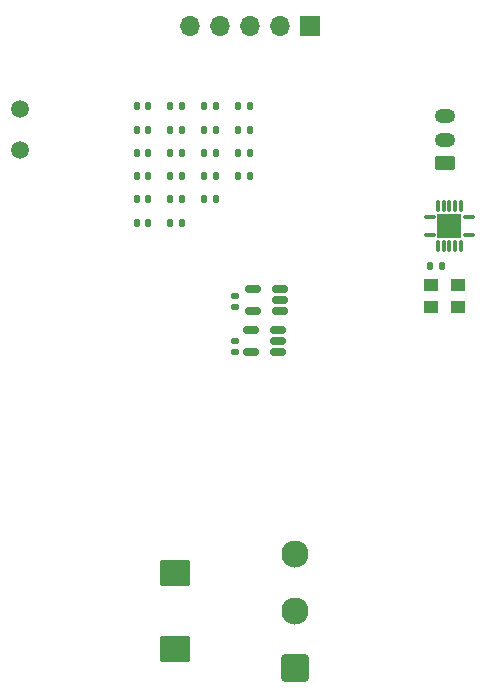
<source format=gbr>
%TF.GenerationSoftware,KiCad,Pcbnew,7.0.7+dfsg-1*%
%TF.CreationDate,2024-03-25T16:35:43+01:00*%
%TF.ProjectId,bitaxeUltra-asic,62697461-7865-4556-9c74-72612d617369,rev?*%
%TF.SameCoordinates,Original*%
%TF.FileFunction,Copper,L1,Top*%
%TF.FilePolarity,Positive*%
%FSLAX46Y46*%
G04 Gerber Fmt 4.6, Leading zero omitted, Abs format (unit mm)*
G04 Created by KiCad (PCBNEW 7.0.7+dfsg-1) date 2024-03-25 16:35:43*
%MOMM*%
%LPD*%
G01*
G04 APERTURE LIST*
G04 Aperture macros list*
%AMRoundRect*
0 Rectangle with rounded corners*
0 $1 Rounding radius*
0 $2 $3 $4 $5 $6 $7 $8 $9 X,Y pos of 4 corners*
0 Add a 4 corners polygon primitive as box body*
4,1,4,$2,$3,$4,$5,$6,$7,$8,$9,$2,$3,0*
0 Add four circle primitives for the rounded corners*
1,1,$1+$1,$2,$3*
1,1,$1+$1,$4,$5*
1,1,$1+$1,$6,$7*
1,1,$1+$1,$8,$9*
0 Add four rect primitives between the rounded corners*
20,1,$1+$1,$2,$3,$4,$5,0*
20,1,$1+$1,$4,$5,$6,$7,0*
20,1,$1+$1,$6,$7,$8,$9,0*
20,1,$1+$1,$8,$9,$2,$3,0*%
G04 Aperture macros list end*
%TA.AperFunction,SMDPad,CuDef*%
%ADD10RoundRect,0.140000X-0.140000X-0.170000X0.140000X-0.170000X0.140000X0.170000X-0.140000X0.170000X0*%
%TD*%
%TA.AperFunction,SMDPad,CuDef*%
%ADD11RoundRect,0.150000X0.512500X0.150000X-0.512500X0.150000X-0.512500X-0.150000X0.512500X-0.150000X0*%
%TD*%
%TA.AperFunction,SMDPad,CuDef*%
%ADD12RoundRect,0.140000X0.170000X-0.140000X0.170000X0.140000X-0.170000X0.140000X-0.170000X-0.140000X0*%
%TD*%
%TA.AperFunction,ComponentPad*%
%ADD13RoundRect,0.250001X0.899999X-0.899999X0.899999X0.899999X-0.899999X0.899999X-0.899999X-0.899999X0*%
%TD*%
%TA.AperFunction,ComponentPad*%
%ADD14C,2.300000*%
%TD*%
%TA.AperFunction,SMDPad,CuDef*%
%ADD15RoundRect,0.007800X0.442200X0.122200X-0.442200X0.122200X-0.442200X-0.122200X0.442200X-0.122200X0*%
%TD*%
%TA.AperFunction,SMDPad,CuDef*%
%ADD16RoundRect,0.007800X-0.122200X0.442200X-0.122200X-0.442200X0.122200X-0.442200X0.122200X0.442200X0*%
%TD*%
%TA.AperFunction,SMDPad,CuDef*%
%ADD17R,2.050000X2.050000*%
%TD*%
%TA.AperFunction,ComponentPad*%
%ADD18C,0.500000*%
%TD*%
%TA.AperFunction,ComponentPad*%
%ADD19RoundRect,0.250000X0.625000X-0.350000X0.625000X0.350000X-0.625000X0.350000X-0.625000X-0.350000X0*%
%TD*%
%TA.AperFunction,ComponentPad*%
%ADD20O,1.750000X1.200000*%
%TD*%
%TA.AperFunction,SMDPad,CuDef*%
%ADD21C,1.500000*%
%TD*%
%TA.AperFunction,SMDPad,CuDef*%
%ADD22R,1.300000X1.100000*%
%TD*%
%TA.AperFunction,SMDPad,CuDef*%
%ADD23RoundRect,0.250000X1.025000X-0.875000X1.025000X0.875000X-1.025000X0.875000X-1.025000X-0.875000X0*%
%TD*%
%TA.AperFunction,SMDPad,CuDef*%
%ADD24RoundRect,0.140000X-0.170000X0.140000X-0.170000X-0.140000X0.170000X-0.140000X0.170000X0.140000X0*%
%TD*%
%TA.AperFunction,SMDPad,CuDef*%
%ADD25RoundRect,0.135000X0.135000X0.185000X-0.135000X0.185000X-0.135000X-0.185000X0.135000X-0.185000X0*%
%TD*%
%TA.AperFunction,ComponentPad*%
%ADD26O,1.700000X1.700000*%
%TD*%
%TA.AperFunction,ComponentPad*%
%ADD27R,1.700000X1.700000*%
%TD*%
G04 APERTURE END LIST*
D10*
%TO.P,C8,1*%
%TO.N,/BM1366/VDD1_0*%
X135540000Y-64640000D03*
%TO.P,C8,2*%
%TO.N,/VDD*%
X136500000Y-64640000D03*
%TD*%
%TO.P,C3,1*%
%TO.N,/BM1366/VDD3_0*%
X132670000Y-66610000D03*
%TO.P,C3,2*%
%TO.N,/BM1366/VDD2_0*%
X133630000Y-66610000D03*
%TD*%
D11*
%TO.P,U6,1,VIN*%
%TO.N,/5V*%
X144780000Y-80010000D03*
%TO.P,U6,2,GND*%
%TO.N,GND*%
X144780000Y-79060000D03*
%TO.P,U6,3,EN*%
%TO.N,/5V*%
X144780000Y-78110000D03*
%TO.P,U6,4,PG*%
%TO.N,unconnected-(U6-PG-Pad4)*%
X142505000Y-78110000D03*
%TO.P,U6,5,VOUT*%
%TO.N,/BM1366/0V8*%
X142505000Y-80010000D03*
%TD*%
D10*
%TO.P,C9,1*%
%TO.N,/VDD*%
X135540000Y-66610000D03*
%TO.P,C9,2*%
%TO.N,GND*%
X136500000Y-66610000D03*
%TD*%
%TO.P,C12,1*%
%TO.N,/VDD*%
X135540000Y-72520000D03*
%TO.P,C12,2*%
%TO.N,/BM1366/VDD1_1*%
X136500000Y-72520000D03*
%TD*%
D12*
%TO.P,C25,1*%
%TO.N,/BM1366/0V8*%
X140970000Y-79700000D03*
%TO.P,C25,2*%
%TO.N,GND*%
X140970000Y-78740000D03*
%TD*%
D10*
%TO.P,C23,1*%
%TO.N,/5V*%
X141280000Y-66610000D03*
%TO.P,C23,2*%
%TO.N,GND*%
X142240000Y-66610000D03*
%TD*%
D13*
%TO.P,J2,1,Pin_1*%
%TO.N,/VDD*%
X146050000Y-110210000D03*
D14*
%TO.P,J2,2,Pin_2*%
%TO.N,/5V*%
X146050000Y-105410000D03*
%TO.P,J2,3,Pin_3*%
%TO.N,/3V3*%
X146050000Y-100610000D03*
%TD*%
D10*
%TO.P,C10,1*%
%TO.N,/VDD*%
X135540000Y-68580000D03*
%TO.P,C10,2*%
%TO.N,GND*%
X136500000Y-68580000D03*
%TD*%
%TO.P,C15,1*%
%TO.N,/BM1366/VDD1_1*%
X138410000Y-64640000D03*
%TO.P,C15,2*%
%TO.N,/BM1366/VDD2_1*%
X139370000Y-64640000D03*
%TD*%
D15*
%TO.P,U2,1,VCCA*%
%TO.N,/BM1366/1V8*%
X160850000Y-72055000D03*
D16*
%TO.P,U2,2,A1*%
%TO.N,/BM1366/RO*%
X160165000Y-71120000D03*
%TO.P,U2,3,A2*%
%TO.N,/BM1366/CI*%
X159665000Y-71120000D03*
%TO.P,U2,4,A3*%
%TO.N,/BM1366/RST_N*%
X159165000Y-71120000D03*
%TO.P,U2,5,A4*%
%TO.N,GND*%
X158665000Y-71120000D03*
%TO.P,U2,6,NC*%
%TO.N,unconnected-(U2-NC-Pad6)*%
X158165000Y-71120000D03*
D15*
%TO.P,U2,7,GND*%
%TO.N,GND*%
X157480000Y-72055000D03*
%TO.P,U2,8,OE*%
%TO.N,/BM1366/1V8*%
X157480000Y-73555000D03*
D16*
%TO.P,U2,9,NC*%
%TO.N,unconnected-(U2-NC-Pad9)*%
X158165000Y-74490000D03*
%TO.P,U2,10,B4*%
%TO.N,GND*%
X158665000Y-74490000D03*
%TO.P,U2,11,B3*%
%TO.N,/RST*%
X159165000Y-74490000D03*
%TO.P,U2,12,B2*%
%TO.N,/TX*%
X159665000Y-74490000D03*
%TO.P,U2,13,B1*%
%TO.N,/RX*%
X160165000Y-74490000D03*
D15*
%TO.P,U2,14,VCCB*%
%TO.N,/3V3*%
X160850000Y-73555000D03*
D17*
%TO.P,U2,15,GND*%
%TO.N,GND*%
X159165000Y-72805000D03*
D18*
%TO.P,U2,16,GND*%
X159665000Y-73305000D03*
%TO.P,U2,17,GND*%
X158665000Y-73305000D03*
%TO.P,U2,18,GND*%
X158665000Y-72305000D03*
%TO.P,U2,19,GND*%
X159665000Y-72305000D03*
%TD*%
D10*
%TO.P,C2,1*%
%TO.N,GND*%
X132670000Y-64640000D03*
%TO.P,C2,2*%
%TO.N,/BM1366/VDD3_0*%
X133630000Y-64640000D03*
%TD*%
%TO.P,C18,1*%
%TO.N,/BM1366/VDD3_1*%
X138410000Y-70550000D03*
%TO.P,C18,2*%
%TO.N,GND*%
X139370000Y-70550000D03*
%TD*%
%TO.P,C1,1*%
%TO.N,GND*%
X132670000Y-62670000D03*
%TO.P,C1,2*%
%TO.N,/BM1366/1V8*%
X133630000Y-62670000D03*
%TD*%
D19*
%TO.P,J1,1,Pin_1*%
%TO.N,/RST*%
X158750000Y-67500000D03*
D20*
%TO.P,J1,2,Pin_2*%
%TO.N,/TX*%
X158750000Y-65500000D03*
%TO.P,J1,3,Pin_3*%
%TO.N,/RX*%
X158750000Y-63500000D03*
%TD*%
D10*
%TO.P,C11,1*%
%TO.N,/VDD*%
X135540000Y-70550000D03*
%TO.P,C11,2*%
%TO.N,GND*%
X136500000Y-70550000D03*
%TD*%
%TO.P,C24,1*%
%TO.N,/BM1366/1V8*%
X141280000Y-68580000D03*
%TO.P,C24,2*%
%TO.N,GND*%
X142240000Y-68580000D03*
%TD*%
%TO.P,C14,1*%
%TO.N,Net-(U14-VDDIO_18_1)*%
X138410000Y-62670000D03*
%TO.P,C14,2*%
%TO.N,GND*%
X139370000Y-62670000D03*
%TD*%
D21*
%TO.P,TP14,1,1*%
%TO.N,/BM1366/0V8*%
X122840000Y-66410000D03*
%TD*%
D10*
%TO.P,C20,1*%
%TO.N,/3V3*%
X141280000Y-62670000D03*
%TO.P,C20,2*%
%TO.N,GND*%
X142240000Y-62670000D03*
%TD*%
D22*
%TO.P,U1,1,EN*%
%TO.N,/BM1366/1V8*%
X159900000Y-77790000D03*
%TO.P,U1,2,GND*%
%TO.N,GND*%
X157600000Y-77790000D03*
%TO.P,U1,3,OUT*%
%TO.N,/BM1366/CLKI*%
X157600000Y-79690000D03*
%TO.P,U1,4,VIN*%
%TO.N,/BM1366/1V8*%
X159900000Y-79690000D03*
%TD*%
D23*
%TO.P,C13,1*%
%TO.N,/VDD*%
X135890000Y-108610000D03*
%TO.P,C13,2*%
%TO.N,GND*%
X135890000Y-102210000D03*
%TD*%
D10*
%TO.P,C16,2*%
%TO.N,GND*%
X139370000Y-66610000D03*
%TO.P,C16,1*%
%TO.N,Net-(U14-VDDIO_08_1)*%
X138410000Y-66610000D03*
%TD*%
%TO.P,C4,1*%
%TO.N,/BM1366/0V8*%
X132670000Y-68580000D03*
%TO.P,C4,2*%
%TO.N,GND*%
X133630000Y-68580000D03*
%TD*%
D24*
%TO.P,C19,1*%
%TO.N,/BM1366/1V8*%
X140970000Y-82550000D03*
%TO.P,C19,2*%
%TO.N,GND*%
X140970000Y-83510000D03*
%TD*%
D21*
%TO.P,TP13,1,1*%
%TO.N,/BM1366/1V8*%
X122840000Y-62860000D03*
%TD*%
D25*
%TO.P,R6,1*%
%TO.N,GND*%
X158500000Y-76200000D03*
%TO.P,R6,2*%
%TO.N,/BM1366/BI*%
X157480000Y-76200000D03*
%TD*%
D10*
%TO.P,C7,1*%
%TO.N,/VDD*%
X135540000Y-62670000D03*
%TO.P,C7,2*%
%TO.N,GND*%
X136500000Y-62670000D03*
%TD*%
%TO.P,C17,1*%
%TO.N,/BM1366/VDD2_1*%
X138410000Y-68580000D03*
%TO.P,C17,2*%
%TO.N,/BM1366/VDD3_1*%
X139370000Y-68580000D03*
%TD*%
%TO.P,C6,1*%
%TO.N,/BM1366/VDD2_0*%
X132670000Y-72520000D03*
%TO.P,C6,2*%
%TO.N,/BM1366/VDD1_0*%
X133630000Y-72520000D03*
%TD*%
D11*
%TO.P,U5,1,VIN*%
%TO.N,/5V*%
X144647500Y-83500000D03*
%TO.P,U5,2,GND*%
%TO.N,GND*%
X144647500Y-82550000D03*
%TO.P,U5,3,EN*%
%TO.N,/5V*%
X144647500Y-81600000D03*
%TO.P,U5,4,PG*%
%TO.N,unconnected-(U5-PG-Pad4)*%
X142372500Y-81600000D03*
%TO.P,U5,5,VOUT*%
%TO.N,/BM1366/1V8*%
X142372500Y-83500000D03*
%TD*%
D10*
%TO.P,C5,1*%
%TO.N,/BM1366/1V8*%
X132670000Y-70550000D03*
%TO.P,C5,2*%
%TO.N,GND*%
X133630000Y-70550000D03*
%TD*%
%TO.P,C22,1*%
%TO.N,/5V*%
X141280000Y-64640000D03*
%TO.P,C22,2*%
%TO.N,GND*%
X142240000Y-64640000D03*
%TD*%
D26*
%TO.P,J3,5,Pin_5*%
%TO.N,GND*%
X137160000Y-55880000D03*
%TO.P,J3,4,Pin_4*%
%TO.N,/BM1366/RST_N*%
X139700000Y-55880000D03*
%TO.P,J3,3,Pin_3*%
%TO.N,/BM1366/RO*%
X142240000Y-55880000D03*
%TO.P,J3,2,Pin_2*%
%TO.N,/BM1366/CI*%
X144780000Y-55880000D03*
D27*
%TO.P,J3,1,Pin_1*%
%TO.N,/BM1366/1V8*%
X147320000Y-55880000D03*
%TD*%
M02*

</source>
